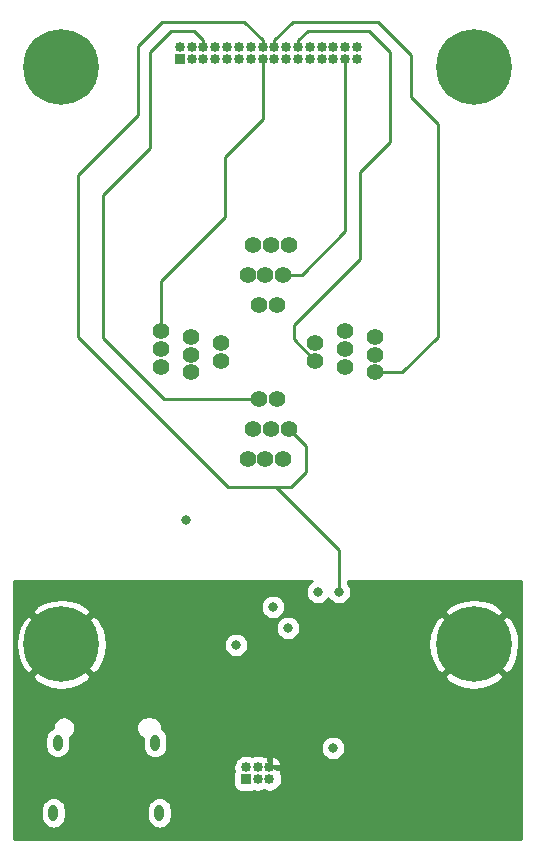
<source format=gbr>
%TF.GenerationSoftware,KiCad,Pcbnew,(5.1.7)-1*%
%TF.CreationDate,2021-11-27T18:52:12+01:00*%
%TF.ProjectId,SFP-32 Clampshell,5346502d-3332-4204-936c-616d70736865,rev?*%
%TF.SameCoordinates,Original*%
%TF.FileFunction,Copper,L2,Inr*%
%TF.FilePolarity,Positive*%
%FSLAX46Y46*%
G04 Gerber Fmt 4.6, Leading zero omitted, Abs format (unit mm)*
G04 Created by KiCad (PCBNEW (5.1.7)-1) date 2021-11-27 18:52:12*
%MOMM*%
%LPD*%
G01*
G04 APERTURE LIST*
%TA.AperFunction,ComponentPad*%
%ADD10C,0.800000*%
%TD*%
%TA.AperFunction,ComponentPad*%
%ADD11C,6.400000*%
%TD*%
%TA.AperFunction,ComponentPad*%
%ADD12O,0.850000X0.850000*%
%TD*%
%TA.AperFunction,ComponentPad*%
%ADD13R,0.850000X0.850000*%
%TD*%
%TA.AperFunction,ComponentPad*%
%ADD14O,0.800000X1.400000*%
%TD*%
%TA.AperFunction,ComponentPad*%
%ADD15C,1.400000*%
%TD*%
%TA.AperFunction,ViaPad*%
%ADD16C,0.800000*%
%TD*%
%TA.AperFunction,Conductor*%
%ADD17C,0.250000*%
%TD*%
%TA.AperFunction,Conductor*%
%ADD18C,0.254000*%
%TD*%
%TA.AperFunction,Conductor*%
%ADD19C,0.100000*%
%TD*%
G04 APERTURE END LIST*
D10*
%TO.N,5*%
%TO.C,M3*%
X134412056Y-81487944D03*
X132715000Y-80785000D03*
X131017944Y-81487944D03*
X130315000Y-83185000D03*
X131017944Y-84882056D03*
X132715000Y-85585000D03*
X134412056Y-84882056D03*
X135115000Y-83185000D03*
D11*
X132715000Y-83185000D03*
%TD*%
%TO.N,5*%
%TO.C,M3*%
X167640000Y-83185000D03*
D10*
X170040000Y-83185000D03*
X169337056Y-84882056D03*
X167640000Y-85585000D03*
X165942944Y-84882056D03*
X165240000Y-83185000D03*
X165942944Y-81487944D03*
X167640000Y-80785000D03*
X169337056Y-81487944D03*
%TD*%
D11*
%TO.N,5*%
%TO.C,M3*%
X132715000Y-34290000D03*
D10*
X135115000Y-34290000D03*
X134412056Y-35987056D03*
X132715000Y-36690000D03*
X131017944Y-35987056D03*
X130315000Y-34290000D03*
X131017944Y-32592944D03*
X132715000Y-31890000D03*
X134412056Y-32592944D03*
%TD*%
%TO.N,5*%
%TO.C,M3*%
X169337056Y-32592944D03*
X167640000Y-31890000D03*
X165942944Y-32592944D03*
X165240000Y-34290000D03*
X165942944Y-35987056D03*
X167640000Y-36690000D03*
X169337056Y-35987056D03*
X170040000Y-34290000D03*
D11*
X167640000Y-34290000D03*
%TD*%
D12*
%TO.N,5*%
%TO.C,J3*%
X150336000Y-93615000D03*
%TO.N,29*%
X150336000Y-94615000D03*
%TO.N,15*%
X149336000Y-93615000D03*
%TO.N,17*%
X149336000Y-94615000D03*
%TO.N,18*%
X148336000Y-93615000D03*
D13*
%TO.N,16*%
X148336000Y-94615000D03*
%TD*%
D14*
%TO.N,N/C*%
%TO.C,J2*%
X132035000Y-97455000D03*
X141015000Y-97455000D03*
X140655000Y-91505000D03*
X132395000Y-91505000D03*
%TD*%
D15*
%TO.N,32*%
%TO.C,U1*%
X143684999Y-60170000D03*
%TO.N,31*%
X141144999Y-59670000D03*
%TO.N,30*%
X146224999Y-59170000D03*
%TO.N,29*%
X143684999Y-58670000D03*
%TO.N,28*%
X141144999Y-58170000D03*
%TO.N,27*%
X146224999Y-57670000D03*
%TO.N,26*%
X143684999Y-57170000D03*
%TO.N,25*%
X141144999Y-56670000D03*
%TO.N,24*%
X148474999Y-51880000D03*
%TO.N,23*%
X148974999Y-49340000D03*
%TO.N,22*%
X149474999Y-54420000D03*
%TO.N,21*%
X149974999Y-51880000D03*
%TO.N,20*%
X150474999Y-49340000D03*
%TO.N,19*%
X150974999Y-54420000D03*
%TO.N,18*%
X151474999Y-51880000D03*
%TO.N,17*%
X151974999Y-49340000D03*
%TO.N,16*%
X156764999Y-56670000D03*
%TO.N,15*%
X159304999Y-57170000D03*
%TO.N,14*%
X154224999Y-57670000D03*
%TO.N,13*%
X156764999Y-58170000D03*
%TO.N,12*%
X159304999Y-58670000D03*
%TO.N,11*%
X154224999Y-59170000D03*
%TO.N,10*%
X156764999Y-59670000D03*
%TO.N,9*%
X159304999Y-60170000D03*
%TO.N,8*%
X151974999Y-64960000D03*
%TO.N,7*%
X151474999Y-67500000D03*
%TO.N,6*%
X150974999Y-62420000D03*
%TO.N,5*%
X150474999Y-64960000D03*
%TO.N,18*%
X149974999Y-67500000D03*
%TO.N,3*%
X149474999Y-62420000D03*
%TO.N,2*%
X148974999Y-64960000D03*
%TO.N,1*%
X148474999Y-67500000D03*
%TD*%
D12*
%TO.N,16*%
%TO.C,J1*%
X157748000Y-32655000D03*
%TO.N,17*%
X157748000Y-33655000D03*
%TO.N,15*%
X156748000Y-32655000D03*
%TO.N,18*%
X156748000Y-33655000D03*
%TO.N,14*%
X155748000Y-32655000D03*
%TO.N,19*%
X155748000Y-33655000D03*
%TO.N,13*%
X154748000Y-32655000D03*
%TO.N,20*%
X154748000Y-33655000D03*
%TO.N,12*%
X153748000Y-32655000D03*
%TO.N,21*%
X153748000Y-33655000D03*
%TO.N,11*%
X152748000Y-32655000D03*
%TO.N,22*%
X152748000Y-33655000D03*
%TO.N,10*%
X151748000Y-32655000D03*
%TO.N,23*%
X151748000Y-33655000D03*
%TO.N,9*%
X150748000Y-32655000D03*
%TO.N,24*%
X150748000Y-33655000D03*
%TO.N,8*%
X149748000Y-32655000D03*
%TO.N,25*%
X149748000Y-33655000D03*
%TO.N,7*%
X148748000Y-32655000D03*
%TO.N,26*%
X148748000Y-33655000D03*
%TO.N,6*%
X147748000Y-32655000D03*
%TO.N,27*%
X147748000Y-33655000D03*
%TO.N,5*%
X146748000Y-32655000D03*
%TO.N,28*%
X146748000Y-33655000D03*
%TO.N,18*%
X145748000Y-32655000D03*
%TO.N,29*%
X145748000Y-33655000D03*
%TO.N,3*%
X144748000Y-32655000D03*
%TO.N,30*%
X144748000Y-33655000D03*
%TO.N,2*%
X143748000Y-32655000D03*
%TO.N,31*%
X143748000Y-33655000D03*
%TO.N,1*%
X142748000Y-32655000D03*
D13*
%TO.N,32*%
X142748000Y-33655000D03*
%TD*%
D16*
%TO.N,20*%
X151892000Y-81788000D03*
%TO.N,18*%
X143256000Y-72644000D03*
X147500000Y-83238000D03*
X150622000Y-80010000D03*
%TO.N,17*%
X155702000Y-91948000D03*
%TO.N,8*%
X156210000Y-78740000D03*
%TO.N,7*%
X154432000Y-78740000D03*
%TO.N,5*%
X161605000Y-86675000D03*
X155702000Y-86614000D03*
%TD*%
D17*
%TO.N,25*%
X141144999Y-56670000D02*
X141144999Y-52403001D01*
X141144999Y-52403001D02*
X146558000Y-46990000D01*
X146558000Y-46990000D02*
X146558000Y-41910000D01*
X149748000Y-38720000D02*
X149748000Y-33655000D01*
X146558000Y-41910000D02*
X149748000Y-38720000D01*
%TO.N,18*%
X151474999Y-51880000D02*
X153098000Y-51880000D01*
X156748000Y-48230000D02*
X156748000Y-33655000D01*
X153098000Y-51880000D02*
X156748000Y-48230000D01*
%TO.N,11*%
X154224999Y-59170000D02*
X152400000Y-57345001D01*
X152400000Y-57345001D02*
X152400000Y-56134000D01*
X152400000Y-56134000D02*
X157988000Y-50546000D01*
X157988000Y-50546000D02*
X157988000Y-43180000D01*
X157988000Y-43180000D02*
X160528000Y-40640000D01*
X160528000Y-40640000D02*
X160528000Y-33020000D01*
X160528000Y-33020000D02*
X158750000Y-31242000D01*
X152748000Y-32053960D02*
X152748000Y-32655000D01*
X153559960Y-31242000D02*
X152748000Y-32053960D01*
X158750000Y-31242000D02*
X153559960Y-31242000D01*
%TO.N,9*%
X159304999Y-60170000D02*
X161572000Y-60170000D01*
X161572000Y-60170000D02*
X164592000Y-57150000D01*
X164592000Y-57150000D02*
X164592000Y-39116000D01*
X164592000Y-39116000D02*
X162306000Y-36830000D01*
X162306000Y-36830000D02*
X162306000Y-33274000D01*
X162306000Y-33274000D02*
X159512000Y-30480000D01*
X152321960Y-30480000D02*
X150748000Y-32053960D01*
X150748000Y-32053960D02*
X150748000Y-32655000D01*
X159512000Y-30480000D02*
X152321960Y-30480000D01*
%TO.N,8*%
X149748000Y-32053960D02*
X149748000Y-32655000D01*
X148174040Y-30480000D02*
X149748000Y-32053960D01*
X139192000Y-38354000D02*
X139192000Y-32512000D01*
X134112000Y-43434000D02*
X139192000Y-38354000D01*
X134112000Y-57150000D02*
X134112000Y-43434000D01*
X146812000Y-69850000D02*
X134112000Y-57150000D01*
X141224000Y-30480000D02*
X148174040Y-30480000D01*
X153416000Y-68580000D02*
X152146000Y-69850000D01*
X153416000Y-66401001D02*
X153416000Y-68580000D01*
X139192000Y-32512000D02*
X141224000Y-30480000D01*
X151974999Y-64960000D02*
X153416000Y-66401001D01*
X156210000Y-75184000D02*
X150876000Y-69850000D01*
X156210000Y-78740000D02*
X156210000Y-75184000D01*
X150876000Y-69850000D02*
X146812000Y-69850000D01*
X152146000Y-69850000D02*
X150876000Y-69850000D01*
%TO.N,3*%
X144748000Y-32053960D02*
X144748000Y-32655000D01*
X143936040Y-31242000D02*
X144748000Y-32053960D01*
X141986000Y-31242000D02*
X143936040Y-31242000D01*
X140208000Y-33020000D02*
X141986000Y-31242000D01*
X140208000Y-41148000D02*
X140208000Y-33020000D01*
X136240001Y-45115999D02*
X140208000Y-41148000D01*
X136240001Y-57246001D02*
X136240001Y-45115999D01*
X141414000Y-62420000D02*
X136240001Y-57246001D01*
X149474999Y-62420000D02*
X141414000Y-62420000D01*
%TD*%
D18*
%TO.N,5*%
X153772226Y-77936063D02*
X153628063Y-78080226D01*
X153514795Y-78249744D01*
X153436774Y-78438102D01*
X153397000Y-78638061D01*
X153397000Y-78841939D01*
X153436774Y-79041898D01*
X153514795Y-79230256D01*
X153628063Y-79399774D01*
X153772226Y-79543937D01*
X153941744Y-79657205D01*
X154130102Y-79735226D01*
X154330061Y-79775000D01*
X154533939Y-79775000D01*
X154733898Y-79735226D01*
X154922256Y-79657205D01*
X155091774Y-79543937D01*
X155235937Y-79399774D01*
X155321000Y-79272468D01*
X155406063Y-79399774D01*
X155550226Y-79543937D01*
X155719744Y-79657205D01*
X155908102Y-79735226D01*
X156108061Y-79775000D01*
X156311939Y-79775000D01*
X156511898Y-79735226D01*
X156700256Y-79657205D01*
X156869774Y-79543937D01*
X157013937Y-79399774D01*
X157127205Y-79230256D01*
X157205226Y-79041898D01*
X157245000Y-78841939D01*
X157245000Y-78638061D01*
X157205226Y-78438102D01*
X157127205Y-78249744D01*
X157013937Y-78080226D01*
X156970000Y-78036289D01*
X156970000Y-77851000D01*
X171630001Y-77851000D01*
X171630001Y-99670000D01*
X128725000Y-99670000D01*
X128725000Y-97104163D01*
X131000000Y-97104163D01*
X131000000Y-97805838D01*
X131014976Y-97957895D01*
X131074160Y-98152993D01*
X131170267Y-98332797D01*
X131299605Y-98490396D01*
X131457204Y-98619734D01*
X131637008Y-98715841D01*
X131832106Y-98775024D01*
X132035000Y-98795007D01*
X132237895Y-98775024D01*
X132432993Y-98715841D01*
X132612797Y-98619734D01*
X132770396Y-98490396D01*
X132899734Y-98332797D01*
X132995841Y-98152992D01*
X133055024Y-97957894D01*
X133070000Y-97805837D01*
X133070000Y-97104163D01*
X139980000Y-97104163D01*
X139980000Y-97805838D01*
X139994976Y-97957895D01*
X140054160Y-98152993D01*
X140150267Y-98332797D01*
X140279605Y-98490396D01*
X140437204Y-98619734D01*
X140617008Y-98715841D01*
X140812106Y-98775024D01*
X141015000Y-98795007D01*
X141217895Y-98775024D01*
X141412993Y-98715841D01*
X141592797Y-98619734D01*
X141750396Y-98490396D01*
X141879734Y-98332797D01*
X141975841Y-98152992D01*
X142035024Y-97957894D01*
X142050000Y-97805837D01*
X142050000Y-97104162D01*
X142035024Y-96952105D01*
X141975841Y-96757007D01*
X141879734Y-96577203D01*
X141750396Y-96419604D01*
X141592797Y-96290266D01*
X141412992Y-96194159D01*
X141217894Y-96134976D01*
X141015000Y-96114993D01*
X140812105Y-96134976D01*
X140617007Y-96194159D01*
X140437203Y-96290266D01*
X140279604Y-96419604D01*
X140150266Y-96577203D01*
X140054159Y-96757008D01*
X139994976Y-96952106D01*
X139980000Y-97104163D01*
X133070000Y-97104163D01*
X133070000Y-97104162D01*
X133055024Y-96952105D01*
X132995841Y-96757007D01*
X132899734Y-96577203D01*
X132770396Y-96419604D01*
X132612797Y-96290266D01*
X132432992Y-96194159D01*
X132237894Y-96134976D01*
X132035000Y-96114993D01*
X131832105Y-96134976D01*
X131637007Y-96194159D01*
X131457203Y-96290266D01*
X131299604Y-96419604D01*
X131170266Y-96577203D01*
X131074159Y-96757008D01*
X131014976Y-96952106D01*
X131000000Y-97104163D01*
X128725000Y-97104163D01*
X128725000Y-94190000D01*
X147272928Y-94190000D01*
X147272928Y-95040000D01*
X147285188Y-95164482D01*
X147321498Y-95284180D01*
X147380463Y-95394494D01*
X147459815Y-95491185D01*
X147556506Y-95570537D01*
X147666820Y-95629502D01*
X147786518Y-95665812D01*
X147911000Y-95678072D01*
X148761000Y-95678072D01*
X148885482Y-95665812D01*
X149005180Y-95629502D01*
X149009603Y-95627138D01*
X149026809Y-95634265D01*
X149231599Y-95675000D01*
X149440401Y-95675000D01*
X149645191Y-95634265D01*
X149836000Y-95555229D01*
X150026809Y-95634265D01*
X150231599Y-95675000D01*
X150440401Y-95675000D01*
X150645191Y-95634265D01*
X150838098Y-95554360D01*
X151011711Y-95438356D01*
X151159356Y-95290711D01*
X151275360Y-95117098D01*
X151355265Y-94924191D01*
X151396000Y-94719401D01*
X151396000Y-94510599D01*
X151355265Y-94305809D01*
X151275360Y-94112902D01*
X151272647Y-94108841D01*
X151279368Y-94098394D01*
X151355547Y-93905064D01*
X151229621Y-93742000D01*
X150937413Y-93742000D01*
X150838098Y-93675640D01*
X150645191Y-93595735D01*
X150440401Y-93555000D01*
X150396000Y-93555000D01*
X150396000Y-93510599D01*
X150355265Y-93305809D01*
X150275360Y-93112902D01*
X150209000Y-93013587D01*
X150209000Y-92722743D01*
X150463000Y-92722743D01*
X150463000Y-93488000D01*
X151229621Y-93488000D01*
X151355547Y-93324936D01*
X151279368Y-93131606D01*
X151166936Y-92956852D01*
X151022571Y-92807391D01*
X150851822Y-92688966D01*
X150661250Y-92606128D01*
X150626062Y-92595460D01*
X150463000Y-92722743D01*
X150209000Y-92722743D01*
X150045938Y-92595460D01*
X150010750Y-92606128D01*
X149843118Y-92678994D01*
X149838098Y-92675640D01*
X149645191Y-92595735D01*
X149440401Y-92555000D01*
X149231599Y-92555000D01*
X149026809Y-92595735D01*
X148836000Y-92674771D01*
X148645191Y-92595735D01*
X148440401Y-92555000D01*
X148231599Y-92555000D01*
X148026809Y-92595735D01*
X147833902Y-92675640D01*
X147660289Y-92791644D01*
X147512644Y-92939289D01*
X147396640Y-93112902D01*
X147316735Y-93305809D01*
X147276000Y-93510599D01*
X147276000Y-93719401D01*
X147316735Y-93924191D01*
X147323862Y-93941397D01*
X147321498Y-93945820D01*
X147285188Y-94065518D01*
X147272928Y-94190000D01*
X128725000Y-94190000D01*
X128725000Y-91154163D01*
X131360000Y-91154163D01*
X131360000Y-91855838D01*
X131374976Y-92007895D01*
X131434160Y-92202993D01*
X131530267Y-92382797D01*
X131659605Y-92540396D01*
X131817204Y-92669734D01*
X131997008Y-92765841D01*
X132192106Y-92825024D01*
X132395000Y-92845007D01*
X132597895Y-92825024D01*
X132792993Y-92765841D01*
X132972797Y-92669734D01*
X133130396Y-92540396D01*
X133259734Y-92382797D01*
X133355841Y-92202992D01*
X133415024Y-92007894D01*
X133430000Y-91855837D01*
X133430000Y-91154162D01*
X133422422Y-91077216D01*
X133536964Y-91000681D01*
X133670681Y-90866964D01*
X133775741Y-90709731D01*
X133848108Y-90535022D01*
X133885000Y-90349552D01*
X133885000Y-90255000D01*
X139010355Y-90255000D01*
X139028890Y-90443193D01*
X139083784Y-90624154D01*
X139172927Y-90790928D01*
X139292893Y-90937107D01*
X139439072Y-91057073D01*
X139605846Y-91146216D01*
X139620349Y-91150616D01*
X139620000Y-91154163D01*
X139620000Y-91855838D01*
X139634976Y-92007895D01*
X139694160Y-92202993D01*
X139790267Y-92382797D01*
X139919605Y-92540396D01*
X140077204Y-92669734D01*
X140257008Y-92765841D01*
X140452106Y-92825024D01*
X140655000Y-92845007D01*
X140857895Y-92825024D01*
X141052993Y-92765841D01*
X141232797Y-92669734D01*
X141390396Y-92540396D01*
X141519734Y-92382797D01*
X141615841Y-92202992D01*
X141675024Y-92007894D01*
X141690000Y-91855837D01*
X141690000Y-91846061D01*
X154667000Y-91846061D01*
X154667000Y-92049939D01*
X154706774Y-92249898D01*
X154784795Y-92438256D01*
X154898063Y-92607774D01*
X155042226Y-92751937D01*
X155211744Y-92865205D01*
X155400102Y-92943226D01*
X155600061Y-92983000D01*
X155803939Y-92983000D01*
X156003898Y-92943226D01*
X156192256Y-92865205D01*
X156361774Y-92751937D01*
X156505937Y-92607774D01*
X156619205Y-92438256D01*
X156697226Y-92249898D01*
X156737000Y-92049939D01*
X156737000Y-91846061D01*
X156697226Y-91646102D01*
X156619205Y-91457744D01*
X156505937Y-91288226D01*
X156361774Y-91144063D01*
X156192256Y-91030795D01*
X156003898Y-90952774D01*
X155803939Y-90913000D01*
X155600061Y-90913000D01*
X155400102Y-90952774D01*
X155211744Y-91030795D01*
X155042226Y-91144063D01*
X154898063Y-91288226D01*
X154784795Y-91457744D01*
X154706774Y-91646102D01*
X154667000Y-91846061D01*
X141690000Y-91846061D01*
X141690000Y-91154162D01*
X141675024Y-91002105D01*
X141615841Y-90807007D01*
X141519734Y-90627203D01*
X141390396Y-90469604D01*
X141232797Y-90340266D01*
X141231325Y-90339479D01*
X141239645Y-90255000D01*
X141221110Y-90066807D01*
X141166216Y-89885846D01*
X141077073Y-89719072D01*
X140957107Y-89572893D01*
X140810928Y-89452927D01*
X140644154Y-89363784D01*
X140463193Y-89308890D01*
X140322162Y-89295000D01*
X139927838Y-89295000D01*
X139786807Y-89308890D01*
X139605846Y-89363784D01*
X139439072Y-89452927D01*
X139292893Y-89572893D01*
X139172927Y-89719072D01*
X139083784Y-89885846D01*
X139028890Y-90066807D01*
X139010355Y-90255000D01*
X133885000Y-90255000D01*
X133885000Y-90160448D01*
X133848108Y-89974978D01*
X133775741Y-89800269D01*
X133670681Y-89643036D01*
X133536964Y-89509319D01*
X133379731Y-89404259D01*
X133205022Y-89331892D01*
X133019552Y-89295000D01*
X132830448Y-89295000D01*
X132644978Y-89331892D01*
X132470269Y-89404259D01*
X132313036Y-89509319D01*
X132179319Y-89643036D01*
X132074259Y-89800269D01*
X132001892Y-89974978D01*
X131965000Y-90160448D01*
X131965000Y-90261267D01*
X131817203Y-90340266D01*
X131659604Y-90469604D01*
X131530266Y-90627203D01*
X131434159Y-90807008D01*
X131374976Y-91002106D01*
X131360000Y-91154163D01*
X128725000Y-91154163D01*
X128725000Y-85885881D01*
X130193724Y-85885881D01*
X130553912Y-86375548D01*
X131217882Y-86735849D01*
X131939385Y-86959694D01*
X132690695Y-87038480D01*
X133442938Y-86969178D01*
X134167208Y-86754452D01*
X134835670Y-86402555D01*
X134876088Y-86375548D01*
X135236276Y-85885881D01*
X165118724Y-85885881D01*
X165478912Y-86375548D01*
X166142882Y-86735849D01*
X166864385Y-86959694D01*
X167615695Y-87038480D01*
X168367938Y-86969178D01*
X169092208Y-86754452D01*
X169760670Y-86402555D01*
X169801088Y-86375548D01*
X170161276Y-85885881D01*
X167640000Y-83364605D01*
X165118724Y-85885881D01*
X135236276Y-85885881D01*
X132715000Y-83364605D01*
X130193724Y-85885881D01*
X128725000Y-85885881D01*
X128725000Y-83160695D01*
X128861520Y-83160695D01*
X128930822Y-83912938D01*
X129145548Y-84637208D01*
X129497445Y-85305670D01*
X129524452Y-85346088D01*
X130014119Y-85706276D01*
X132535395Y-83185000D01*
X132894605Y-83185000D01*
X135415881Y-85706276D01*
X135905548Y-85346088D01*
X136265849Y-84682118D01*
X136489694Y-83960615D01*
X136568480Y-83209305D01*
X136561733Y-83136061D01*
X146465000Y-83136061D01*
X146465000Y-83339939D01*
X146504774Y-83539898D01*
X146582795Y-83728256D01*
X146696063Y-83897774D01*
X146840226Y-84041937D01*
X147009744Y-84155205D01*
X147198102Y-84233226D01*
X147398061Y-84273000D01*
X147601939Y-84273000D01*
X147801898Y-84233226D01*
X147990256Y-84155205D01*
X148159774Y-84041937D01*
X148303937Y-83897774D01*
X148417205Y-83728256D01*
X148495226Y-83539898D01*
X148535000Y-83339939D01*
X148535000Y-83160695D01*
X163786520Y-83160695D01*
X163855822Y-83912938D01*
X164070548Y-84637208D01*
X164422445Y-85305670D01*
X164449452Y-85346088D01*
X164939119Y-85706276D01*
X167460395Y-83185000D01*
X167819605Y-83185000D01*
X170340881Y-85706276D01*
X170830548Y-85346088D01*
X171190849Y-84682118D01*
X171414694Y-83960615D01*
X171493480Y-83209305D01*
X171424178Y-82457062D01*
X171209452Y-81732792D01*
X170857555Y-81064330D01*
X170830548Y-81023912D01*
X170340881Y-80663724D01*
X167819605Y-83185000D01*
X167460395Y-83185000D01*
X164939119Y-80663724D01*
X164449452Y-81023912D01*
X164089151Y-81687882D01*
X163865306Y-82409385D01*
X163786520Y-83160695D01*
X148535000Y-83160695D01*
X148535000Y-83136061D01*
X148495226Y-82936102D01*
X148417205Y-82747744D01*
X148303937Y-82578226D01*
X148159774Y-82434063D01*
X147990256Y-82320795D01*
X147801898Y-82242774D01*
X147601939Y-82203000D01*
X147398061Y-82203000D01*
X147198102Y-82242774D01*
X147009744Y-82320795D01*
X146840226Y-82434063D01*
X146696063Y-82578226D01*
X146582795Y-82747744D01*
X146504774Y-82936102D01*
X146465000Y-83136061D01*
X136561733Y-83136061D01*
X136499178Y-82457062D01*
X136284452Y-81732792D01*
X136259852Y-81686061D01*
X150857000Y-81686061D01*
X150857000Y-81889939D01*
X150896774Y-82089898D01*
X150974795Y-82278256D01*
X151088063Y-82447774D01*
X151232226Y-82591937D01*
X151401744Y-82705205D01*
X151590102Y-82783226D01*
X151790061Y-82823000D01*
X151993939Y-82823000D01*
X152193898Y-82783226D01*
X152382256Y-82705205D01*
X152551774Y-82591937D01*
X152695937Y-82447774D01*
X152809205Y-82278256D01*
X152887226Y-82089898D01*
X152927000Y-81889939D01*
X152927000Y-81686061D01*
X152887226Y-81486102D01*
X152809205Y-81297744D01*
X152695937Y-81128226D01*
X152551774Y-80984063D01*
X152382256Y-80870795D01*
X152193898Y-80792774D01*
X151993939Y-80753000D01*
X151790061Y-80753000D01*
X151590102Y-80792774D01*
X151401744Y-80870795D01*
X151232226Y-80984063D01*
X151088063Y-81128226D01*
X150974795Y-81297744D01*
X150896774Y-81486102D01*
X150857000Y-81686061D01*
X136259852Y-81686061D01*
X135932555Y-81064330D01*
X135905548Y-81023912D01*
X135415881Y-80663724D01*
X132894605Y-83185000D01*
X132535395Y-83185000D01*
X130014119Y-80663724D01*
X129524452Y-81023912D01*
X129164151Y-81687882D01*
X128940306Y-82409385D01*
X128861520Y-83160695D01*
X128725000Y-83160695D01*
X128725000Y-80484119D01*
X130193724Y-80484119D01*
X132715000Y-83005395D01*
X135236276Y-80484119D01*
X134876088Y-79994452D01*
X134716885Y-79908061D01*
X149587000Y-79908061D01*
X149587000Y-80111939D01*
X149626774Y-80311898D01*
X149704795Y-80500256D01*
X149818063Y-80669774D01*
X149962226Y-80813937D01*
X150131744Y-80927205D01*
X150320102Y-81005226D01*
X150520061Y-81045000D01*
X150723939Y-81045000D01*
X150923898Y-81005226D01*
X151112256Y-80927205D01*
X151281774Y-80813937D01*
X151425937Y-80669774D01*
X151539205Y-80500256D01*
X151545889Y-80484119D01*
X165118724Y-80484119D01*
X167640000Y-83005395D01*
X170161276Y-80484119D01*
X169801088Y-79994452D01*
X169137118Y-79634151D01*
X168415615Y-79410306D01*
X167664305Y-79331520D01*
X166912062Y-79400822D01*
X166187792Y-79615548D01*
X165519330Y-79967445D01*
X165478912Y-79994452D01*
X165118724Y-80484119D01*
X151545889Y-80484119D01*
X151617226Y-80311898D01*
X151657000Y-80111939D01*
X151657000Y-79908061D01*
X151617226Y-79708102D01*
X151539205Y-79519744D01*
X151425937Y-79350226D01*
X151281774Y-79206063D01*
X151112256Y-79092795D01*
X150923898Y-79014774D01*
X150723939Y-78975000D01*
X150520061Y-78975000D01*
X150320102Y-79014774D01*
X150131744Y-79092795D01*
X149962226Y-79206063D01*
X149818063Y-79350226D01*
X149704795Y-79519744D01*
X149626774Y-79708102D01*
X149587000Y-79908061D01*
X134716885Y-79908061D01*
X134212118Y-79634151D01*
X133490615Y-79410306D01*
X132739305Y-79331520D01*
X131987062Y-79400822D01*
X131262792Y-79615548D01*
X130594330Y-79967445D01*
X130553912Y-79994452D01*
X130193724Y-80484119D01*
X128725000Y-80484119D01*
X128725000Y-77851000D01*
X153899532Y-77851000D01*
X153772226Y-77936063D01*
%TA.AperFunction,Conductor*%
D19*
G36*
X153772226Y-77936063D02*
G01*
X153628063Y-78080226D01*
X153514795Y-78249744D01*
X153436774Y-78438102D01*
X153397000Y-78638061D01*
X153397000Y-78841939D01*
X153436774Y-79041898D01*
X153514795Y-79230256D01*
X153628063Y-79399774D01*
X153772226Y-79543937D01*
X153941744Y-79657205D01*
X154130102Y-79735226D01*
X154330061Y-79775000D01*
X154533939Y-79775000D01*
X154733898Y-79735226D01*
X154922256Y-79657205D01*
X155091774Y-79543937D01*
X155235937Y-79399774D01*
X155321000Y-79272468D01*
X155406063Y-79399774D01*
X155550226Y-79543937D01*
X155719744Y-79657205D01*
X155908102Y-79735226D01*
X156108061Y-79775000D01*
X156311939Y-79775000D01*
X156511898Y-79735226D01*
X156700256Y-79657205D01*
X156869774Y-79543937D01*
X157013937Y-79399774D01*
X157127205Y-79230256D01*
X157205226Y-79041898D01*
X157245000Y-78841939D01*
X157245000Y-78638061D01*
X157205226Y-78438102D01*
X157127205Y-78249744D01*
X157013937Y-78080226D01*
X156970000Y-78036289D01*
X156970000Y-77851000D01*
X171630001Y-77851000D01*
X171630001Y-99670000D01*
X128725000Y-99670000D01*
X128725000Y-97104163D01*
X131000000Y-97104163D01*
X131000000Y-97805838D01*
X131014976Y-97957895D01*
X131074160Y-98152993D01*
X131170267Y-98332797D01*
X131299605Y-98490396D01*
X131457204Y-98619734D01*
X131637008Y-98715841D01*
X131832106Y-98775024D01*
X132035000Y-98795007D01*
X132237895Y-98775024D01*
X132432993Y-98715841D01*
X132612797Y-98619734D01*
X132770396Y-98490396D01*
X132899734Y-98332797D01*
X132995841Y-98152992D01*
X133055024Y-97957894D01*
X133070000Y-97805837D01*
X133070000Y-97104163D01*
X139980000Y-97104163D01*
X139980000Y-97805838D01*
X139994976Y-97957895D01*
X140054160Y-98152993D01*
X140150267Y-98332797D01*
X140279605Y-98490396D01*
X140437204Y-98619734D01*
X140617008Y-98715841D01*
X140812106Y-98775024D01*
X141015000Y-98795007D01*
X141217895Y-98775024D01*
X141412993Y-98715841D01*
X141592797Y-98619734D01*
X141750396Y-98490396D01*
X141879734Y-98332797D01*
X141975841Y-98152992D01*
X142035024Y-97957894D01*
X142050000Y-97805837D01*
X142050000Y-97104162D01*
X142035024Y-96952105D01*
X141975841Y-96757007D01*
X141879734Y-96577203D01*
X141750396Y-96419604D01*
X141592797Y-96290266D01*
X141412992Y-96194159D01*
X141217894Y-96134976D01*
X141015000Y-96114993D01*
X140812105Y-96134976D01*
X140617007Y-96194159D01*
X140437203Y-96290266D01*
X140279604Y-96419604D01*
X140150266Y-96577203D01*
X140054159Y-96757008D01*
X139994976Y-96952106D01*
X139980000Y-97104163D01*
X133070000Y-97104163D01*
X133070000Y-97104162D01*
X133055024Y-96952105D01*
X132995841Y-96757007D01*
X132899734Y-96577203D01*
X132770396Y-96419604D01*
X132612797Y-96290266D01*
X132432992Y-96194159D01*
X132237894Y-96134976D01*
X132035000Y-96114993D01*
X131832105Y-96134976D01*
X131637007Y-96194159D01*
X131457203Y-96290266D01*
X131299604Y-96419604D01*
X131170266Y-96577203D01*
X131074159Y-96757008D01*
X131014976Y-96952106D01*
X131000000Y-97104163D01*
X128725000Y-97104163D01*
X128725000Y-94190000D01*
X147272928Y-94190000D01*
X147272928Y-95040000D01*
X147285188Y-95164482D01*
X147321498Y-95284180D01*
X147380463Y-95394494D01*
X147459815Y-95491185D01*
X147556506Y-95570537D01*
X147666820Y-95629502D01*
X147786518Y-95665812D01*
X147911000Y-95678072D01*
X148761000Y-95678072D01*
X148885482Y-95665812D01*
X149005180Y-95629502D01*
X149009603Y-95627138D01*
X149026809Y-95634265D01*
X149231599Y-95675000D01*
X149440401Y-95675000D01*
X149645191Y-95634265D01*
X149836000Y-95555229D01*
X150026809Y-95634265D01*
X150231599Y-95675000D01*
X150440401Y-95675000D01*
X150645191Y-95634265D01*
X150838098Y-95554360D01*
X151011711Y-95438356D01*
X151159356Y-95290711D01*
X151275360Y-95117098D01*
X151355265Y-94924191D01*
X151396000Y-94719401D01*
X151396000Y-94510599D01*
X151355265Y-94305809D01*
X151275360Y-94112902D01*
X151272647Y-94108841D01*
X151279368Y-94098394D01*
X151355547Y-93905064D01*
X151229621Y-93742000D01*
X150937413Y-93742000D01*
X150838098Y-93675640D01*
X150645191Y-93595735D01*
X150440401Y-93555000D01*
X150396000Y-93555000D01*
X150396000Y-93510599D01*
X150355265Y-93305809D01*
X150275360Y-93112902D01*
X150209000Y-93013587D01*
X150209000Y-92722743D01*
X150463000Y-92722743D01*
X150463000Y-93488000D01*
X151229621Y-93488000D01*
X151355547Y-93324936D01*
X151279368Y-93131606D01*
X151166936Y-92956852D01*
X151022571Y-92807391D01*
X150851822Y-92688966D01*
X150661250Y-92606128D01*
X150626062Y-92595460D01*
X150463000Y-92722743D01*
X150209000Y-92722743D01*
X150045938Y-92595460D01*
X150010750Y-92606128D01*
X149843118Y-92678994D01*
X149838098Y-92675640D01*
X149645191Y-92595735D01*
X149440401Y-92555000D01*
X149231599Y-92555000D01*
X149026809Y-92595735D01*
X148836000Y-92674771D01*
X148645191Y-92595735D01*
X148440401Y-92555000D01*
X148231599Y-92555000D01*
X148026809Y-92595735D01*
X147833902Y-92675640D01*
X147660289Y-92791644D01*
X147512644Y-92939289D01*
X147396640Y-93112902D01*
X147316735Y-93305809D01*
X147276000Y-93510599D01*
X147276000Y-93719401D01*
X147316735Y-93924191D01*
X147323862Y-93941397D01*
X147321498Y-93945820D01*
X147285188Y-94065518D01*
X147272928Y-94190000D01*
X128725000Y-94190000D01*
X128725000Y-91154163D01*
X131360000Y-91154163D01*
X131360000Y-91855838D01*
X131374976Y-92007895D01*
X131434160Y-92202993D01*
X131530267Y-92382797D01*
X131659605Y-92540396D01*
X131817204Y-92669734D01*
X131997008Y-92765841D01*
X132192106Y-92825024D01*
X132395000Y-92845007D01*
X132597895Y-92825024D01*
X132792993Y-92765841D01*
X132972797Y-92669734D01*
X133130396Y-92540396D01*
X133259734Y-92382797D01*
X133355841Y-92202992D01*
X133415024Y-92007894D01*
X133430000Y-91855837D01*
X133430000Y-91154162D01*
X133422422Y-91077216D01*
X133536964Y-91000681D01*
X133670681Y-90866964D01*
X133775741Y-90709731D01*
X133848108Y-90535022D01*
X133885000Y-90349552D01*
X133885000Y-90255000D01*
X139010355Y-90255000D01*
X139028890Y-90443193D01*
X139083784Y-90624154D01*
X139172927Y-90790928D01*
X139292893Y-90937107D01*
X139439072Y-91057073D01*
X139605846Y-91146216D01*
X139620349Y-91150616D01*
X139620000Y-91154163D01*
X139620000Y-91855838D01*
X139634976Y-92007895D01*
X139694160Y-92202993D01*
X139790267Y-92382797D01*
X139919605Y-92540396D01*
X140077204Y-92669734D01*
X140257008Y-92765841D01*
X140452106Y-92825024D01*
X140655000Y-92845007D01*
X140857895Y-92825024D01*
X141052993Y-92765841D01*
X141232797Y-92669734D01*
X141390396Y-92540396D01*
X141519734Y-92382797D01*
X141615841Y-92202992D01*
X141675024Y-92007894D01*
X141690000Y-91855837D01*
X141690000Y-91846061D01*
X154667000Y-91846061D01*
X154667000Y-92049939D01*
X154706774Y-92249898D01*
X154784795Y-92438256D01*
X154898063Y-92607774D01*
X155042226Y-92751937D01*
X155211744Y-92865205D01*
X155400102Y-92943226D01*
X155600061Y-92983000D01*
X155803939Y-92983000D01*
X156003898Y-92943226D01*
X156192256Y-92865205D01*
X156361774Y-92751937D01*
X156505937Y-92607774D01*
X156619205Y-92438256D01*
X156697226Y-92249898D01*
X156737000Y-92049939D01*
X156737000Y-91846061D01*
X156697226Y-91646102D01*
X156619205Y-91457744D01*
X156505937Y-91288226D01*
X156361774Y-91144063D01*
X156192256Y-91030795D01*
X156003898Y-90952774D01*
X155803939Y-90913000D01*
X155600061Y-90913000D01*
X155400102Y-90952774D01*
X155211744Y-91030795D01*
X155042226Y-91144063D01*
X154898063Y-91288226D01*
X154784795Y-91457744D01*
X154706774Y-91646102D01*
X154667000Y-91846061D01*
X141690000Y-91846061D01*
X141690000Y-91154162D01*
X141675024Y-91002105D01*
X141615841Y-90807007D01*
X141519734Y-90627203D01*
X141390396Y-90469604D01*
X141232797Y-90340266D01*
X141231325Y-90339479D01*
X141239645Y-90255000D01*
X141221110Y-90066807D01*
X141166216Y-89885846D01*
X141077073Y-89719072D01*
X140957107Y-89572893D01*
X140810928Y-89452927D01*
X140644154Y-89363784D01*
X140463193Y-89308890D01*
X140322162Y-89295000D01*
X139927838Y-89295000D01*
X139786807Y-89308890D01*
X139605846Y-89363784D01*
X139439072Y-89452927D01*
X139292893Y-89572893D01*
X139172927Y-89719072D01*
X139083784Y-89885846D01*
X139028890Y-90066807D01*
X139010355Y-90255000D01*
X133885000Y-90255000D01*
X133885000Y-90160448D01*
X133848108Y-89974978D01*
X133775741Y-89800269D01*
X133670681Y-89643036D01*
X133536964Y-89509319D01*
X133379731Y-89404259D01*
X133205022Y-89331892D01*
X133019552Y-89295000D01*
X132830448Y-89295000D01*
X132644978Y-89331892D01*
X132470269Y-89404259D01*
X132313036Y-89509319D01*
X132179319Y-89643036D01*
X132074259Y-89800269D01*
X132001892Y-89974978D01*
X131965000Y-90160448D01*
X131965000Y-90261267D01*
X131817203Y-90340266D01*
X131659604Y-90469604D01*
X131530266Y-90627203D01*
X131434159Y-90807008D01*
X131374976Y-91002106D01*
X131360000Y-91154163D01*
X128725000Y-91154163D01*
X128725000Y-85885881D01*
X130193724Y-85885881D01*
X130553912Y-86375548D01*
X131217882Y-86735849D01*
X131939385Y-86959694D01*
X132690695Y-87038480D01*
X133442938Y-86969178D01*
X134167208Y-86754452D01*
X134835670Y-86402555D01*
X134876088Y-86375548D01*
X135236276Y-85885881D01*
X165118724Y-85885881D01*
X165478912Y-86375548D01*
X166142882Y-86735849D01*
X166864385Y-86959694D01*
X167615695Y-87038480D01*
X168367938Y-86969178D01*
X169092208Y-86754452D01*
X169760670Y-86402555D01*
X169801088Y-86375548D01*
X170161276Y-85885881D01*
X167640000Y-83364605D01*
X165118724Y-85885881D01*
X135236276Y-85885881D01*
X132715000Y-83364605D01*
X130193724Y-85885881D01*
X128725000Y-85885881D01*
X128725000Y-83160695D01*
X128861520Y-83160695D01*
X128930822Y-83912938D01*
X129145548Y-84637208D01*
X129497445Y-85305670D01*
X129524452Y-85346088D01*
X130014119Y-85706276D01*
X132535395Y-83185000D01*
X132894605Y-83185000D01*
X135415881Y-85706276D01*
X135905548Y-85346088D01*
X136265849Y-84682118D01*
X136489694Y-83960615D01*
X136568480Y-83209305D01*
X136561733Y-83136061D01*
X146465000Y-83136061D01*
X146465000Y-83339939D01*
X146504774Y-83539898D01*
X146582795Y-83728256D01*
X146696063Y-83897774D01*
X146840226Y-84041937D01*
X147009744Y-84155205D01*
X147198102Y-84233226D01*
X147398061Y-84273000D01*
X147601939Y-84273000D01*
X147801898Y-84233226D01*
X147990256Y-84155205D01*
X148159774Y-84041937D01*
X148303937Y-83897774D01*
X148417205Y-83728256D01*
X148495226Y-83539898D01*
X148535000Y-83339939D01*
X148535000Y-83160695D01*
X163786520Y-83160695D01*
X163855822Y-83912938D01*
X164070548Y-84637208D01*
X164422445Y-85305670D01*
X164449452Y-85346088D01*
X164939119Y-85706276D01*
X167460395Y-83185000D01*
X167819605Y-83185000D01*
X170340881Y-85706276D01*
X170830548Y-85346088D01*
X171190849Y-84682118D01*
X171414694Y-83960615D01*
X171493480Y-83209305D01*
X171424178Y-82457062D01*
X171209452Y-81732792D01*
X170857555Y-81064330D01*
X170830548Y-81023912D01*
X170340881Y-80663724D01*
X167819605Y-83185000D01*
X167460395Y-83185000D01*
X164939119Y-80663724D01*
X164449452Y-81023912D01*
X164089151Y-81687882D01*
X163865306Y-82409385D01*
X163786520Y-83160695D01*
X148535000Y-83160695D01*
X148535000Y-83136061D01*
X148495226Y-82936102D01*
X148417205Y-82747744D01*
X148303937Y-82578226D01*
X148159774Y-82434063D01*
X147990256Y-82320795D01*
X147801898Y-82242774D01*
X147601939Y-82203000D01*
X147398061Y-82203000D01*
X147198102Y-82242774D01*
X147009744Y-82320795D01*
X146840226Y-82434063D01*
X146696063Y-82578226D01*
X146582795Y-82747744D01*
X146504774Y-82936102D01*
X146465000Y-83136061D01*
X136561733Y-83136061D01*
X136499178Y-82457062D01*
X136284452Y-81732792D01*
X136259852Y-81686061D01*
X150857000Y-81686061D01*
X150857000Y-81889939D01*
X150896774Y-82089898D01*
X150974795Y-82278256D01*
X151088063Y-82447774D01*
X151232226Y-82591937D01*
X151401744Y-82705205D01*
X151590102Y-82783226D01*
X151790061Y-82823000D01*
X151993939Y-82823000D01*
X152193898Y-82783226D01*
X152382256Y-82705205D01*
X152551774Y-82591937D01*
X152695937Y-82447774D01*
X152809205Y-82278256D01*
X152887226Y-82089898D01*
X152927000Y-81889939D01*
X152927000Y-81686061D01*
X152887226Y-81486102D01*
X152809205Y-81297744D01*
X152695937Y-81128226D01*
X152551774Y-80984063D01*
X152382256Y-80870795D01*
X152193898Y-80792774D01*
X151993939Y-80753000D01*
X151790061Y-80753000D01*
X151590102Y-80792774D01*
X151401744Y-80870795D01*
X151232226Y-80984063D01*
X151088063Y-81128226D01*
X150974795Y-81297744D01*
X150896774Y-81486102D01*
X150857000Y-81686061D01*
X136259852Y-81686061D01*
X135932555Y-81064330D01*
X135905548Y-81023912D01*
X135415881Y-80663724D01*
X132894605Y-83185000D01*
X132535395Y-83185000D01*
X130014119Y-80663724D01*
X129524452Y-81023912D01*
X129164151Y-81687882D01*
X128940306Y-82409385D01*
X128861520Y-83160695D01*
X128725000Y-83160695D01*
X128725000Y-80484119D01*
X130193724Y-80484119D01*
X132715000Y-83005395D01*
X135236276Y-80484119D01*
X134876088Y-79994452D01*
X134716885Y-79908061D01*
X149587000Y-79908061D01*
X149587000Y-80111939D01*
X149626774Y-80311898D01*
X149704795Y-80500256D01*
X149818063Y-80669774D01*
X149962226Y-80813937D01*
X150131744Y-80927205D01*
X150320102Y-81005226D01*
X150520061Y-81045000D01*
X150723939Y-81045000D01*
X150923898Y-81005226D01*
X151112256Y-80927205D01*
X151281774Y-80813937D01*
X151425937Y-80669774D01*
X151539205Y-80500256D01*
X151545889Y-80484119D01*
X165118724Y-80484119D01*
X167640000Y-83005395D01*
X170161276Y-80484119D01*
X169801088Y-79994452D01*
X169137118Y-79634151D01*
X168415615Y-79410306D01*
X167664305Y-79331520D01*
X166912062Y-79400822D01*
X166187792Y-79615548D01*
X165519330Y-79967445D01*
X165478912Y-79994452D01*
X165118724Y-80484119D01*
X151545889Y-80484119D01*
X151617226Y-80311898D01*
X151657000Y-80111939D01*
X151657000Y-79908061D01*
X151617226Y-79708102D01*
X151539205Y-79519744D01*
X151425937Y-79350226D01*
X151281774Y-79206063D01*
X151112256Y-79092795D01*
X150923898Y-79014774D01*
X150723939Y-78975000D01*
X150520061Y-78975000D01*
X150320102Y-79014774D01*
X150131744Y-79092795D01*
X149962226Y-79206063D01*
X149818063Y-79350226D01*
X149704795Y-79519744D01*
X149626774Y-79708102D01*
X149587000Y-79908061D01*
X134716885Y-79908061D01*
X134212118Y-79634151D01*
X133490615Y-79410306D01*
X132739305Y-79331520D01*
X131987062Y-79400822D01*
X131262792Y-79615548D01*
X130594330Y-79967445D01*
X130553912Y-79994452D01*
X130193724Y-80484119D01*
X128725000Y-80484119D01*
X128725000Y-77851000D01*
X153899532Y-77851000D01*
X153772226Y-77936063D01*
G37*
%TD.AperFunction*%
%TD*%
M02*

</source>
